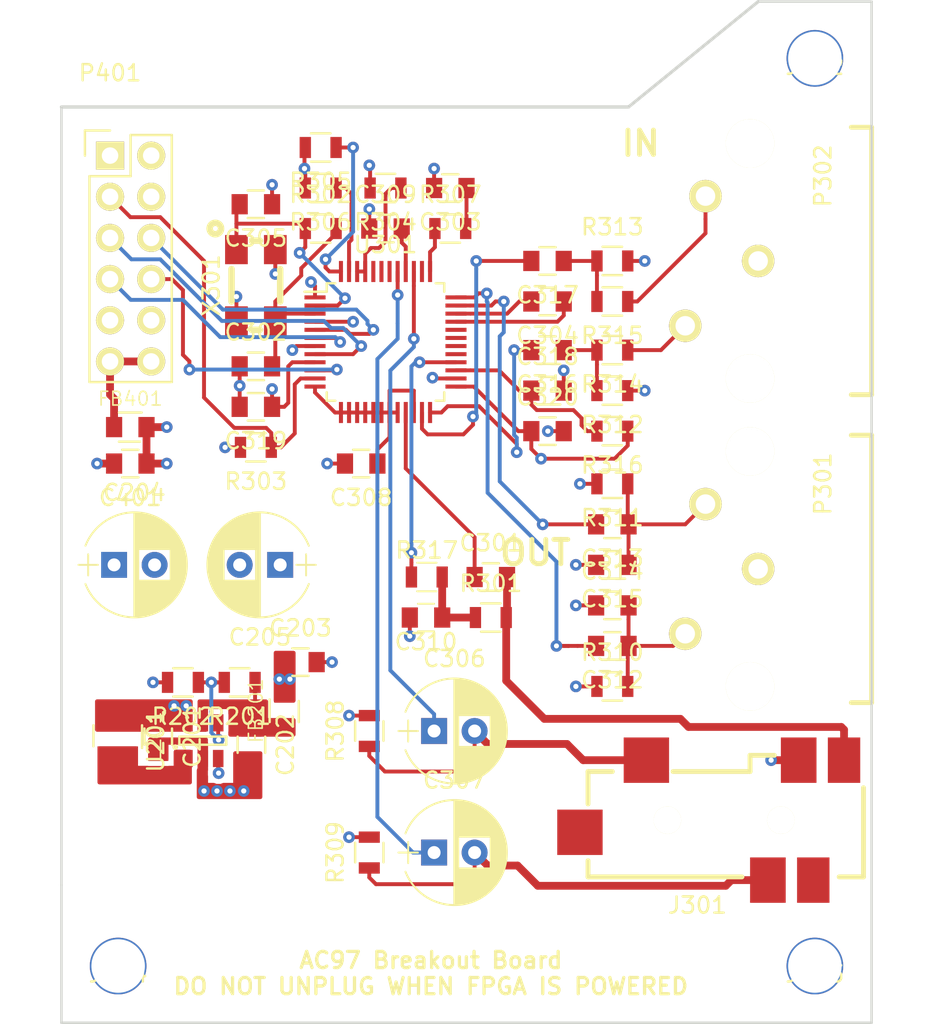
<source format=kicad_pcb>
(kicad_pcb (version 20170922) (host pcbnew no-vcs-found-8b2b138~61~ubuntu14.04.1)
  (layers (0 F.Cu signal) (1 In1.Cu signal) (2 In2.Cu signal) (31 B.Cu signal) (34 B.Paste user) (35 F.Paste user) (36 B.SilkS user) (37 F.SilkS user) (38 B.Mask user) (39 F.Mask user) (44 Edge.Cuts user))
  (net 0 "")
  (net 1 +3V3)
  (net 2 GND)
  (net 3 "Net-(C202-Pad1)")
  (net 4 +5V)
  (net 5 /AC97/mic_out)
  (net 6 /AC97/mic)
  (net 7 "Net-(C302-Pad2)")
  (net 8 "Net-(C303-Pad1)")
  (net 9 "Net-(C304-Pad1)")
  (net 10 "Net-(C304-Pad2)")
  (net 11 "Net-(C305-Pad2)")
  (net 12 /AC97/phone_l_out)
  (net 13 /AC97/phone_left)
  (net 14 /AC97/AUDIO_NC)
  (net 15 "Net-(C309-Pad2)")
  (net 16 /AC97/phone_r_out)
  (net 17 /AC97/phone_right)
  (net 18 "Net-(C312-Pad1)")
  (net 19 /AC97/LINE_OUT_R)
  (net 20 "Net-(C313-Pad1)")
  (net 21 /AC97/LINE_OUT_L)
  (net 22 "Net-(C316-Pad1)")
  (net 23 /AC97/LINE_IN_R)
  (net 24 "Net-(C317-Pad1)")
  (net 25 /AC97/LINE_IN_L)
  (net 26 "/PMOD Connector/VCC")
  (net 27 "Net-(L201-Pad2)")
  (net 28 "Net-(P302-Pad3)")
  (net 29 "Net-(P302-Pad2)")
  (net 30 "/PMOD Connector/RESET")
  (net 31 /AC97/DIN)
  (net 32 /AC97/DOUT)
  (net 33 /AC97/CLK)
  (net 34 /AC97/SYNC)
  (net 35 "Net-(R201-Pad2)")
  (net 36 "Net-(R304-Pad1)")
  (net 37 "Net-(R305-Pad1)")
  (net 38 "Net-(R306-Pad1)")
  (net 39 "Net-(R307-Pad1)")
  (net 40 "Net-(C318-Pad1)")
  (net 41 /AC97/mic_bias)
  (net 42 "Net-(R317-Pad1)")
  (net 43 "Net-(J301-Pad5)")
  (net 44 "Net-(J301-Pad6)")
  (net 45 "Net-(P401-Pad1)")
  (net 46 "Net-(P401-Pad2)")
  (net 47 "Net-(P401-Pad4)")
  (net 48 "Net-(U301-Pad29)")
  (net 49 "Net-(U301-Pad30)")
  (net 50 "Net-(U301-Pad31)")
  (net 51 "Net-(U301-Pad32)")
  (net 52 "Net-(U301-Pad38)")
  (net 53 "Net-(U301-Pad42)")
  (net 54 "Net-(U301-Pad43)")
  (net 55 "Net-(U301-Pad44)")
  (module Capacitors_SMD:C_0805 (layer F.Cu) (at 145.974669 138.846609 270)
    (fp_text reference C201 (at 0 -2.1 270) (layer F.SilkS))
    (fp_text value 10u)
    (pad 1 smd rect (at -1 0 270) (size 1 1.25) (layers F.Cu F.Paste F.Mask) (net 1 +3V3))
    (pad 2 smd rect (at 1 0 270) (size 1 1.25) (layers F.Cu F.Paste F.Mask) (net 2 GND))
  )
  (module Capacitors_SMD:C_0805 (layer F.Cu) (at 151.724669 139.346609 270)
    (fp_text reference C202 (at 0 -2.1 270) (layer F.SilkS))
    (fp_text value 10u)
    (pad 1 smd rect (at -1 0 270) (size 1 1.25) (layers F.Cu F.Paste F.Mask) (net 3 "Net-(C202-Pad1)"))
    (pad 2 smd rect (at 1 0 270) (size 1 1.25) (layers F.Cu F.Paste F.Mask) (net 2 GND))
  )
  (module Capacitors_SMD:C_0805 (layer F.Cu) (at 154.75 134.25)
    (fp_text reference C203 (at 0 -2.1) (layer F.SilkS))
    (fp_text value 10u)
    (pad 1 smd rect (at -1 0) (size 1 1.25) (layers F.Cu F.Paste F.Mask) (net 4 +5V))
    (pad 2 smd rect (at 1 0) (size 1 1.25) (layers F.Cu F.Paste F.Mask) (net 2 GND))
  )
  (module Capacitors_SMD:C_0805 (layer F.Cu) (at 166.5 129)
    (fp_text reference C301 (at 0 -2.1) (layer F.SilkS))
    (fp_text value C)
    (pad 1 smd rect (at -1 0) (size 1 1.25) (layers F.Cu F.Paste F.Mask) (net 5 /AC97/mic_out))
    (pad 2 smd rect (at 1 0) (size 1 1.25) (layers F.Cu F.Paste F.Mask) (net 6 /AC97/mic))
  )
  (module Capacitors_SMD:C_0805 (layer F.Cu) (at 152 116)
    (fp_text reference C302 (at 0 -2.1) (layer F.SilkS))
    (fp_text value 22p)
    (pad 1 smd rect (at -1 0) (size 1 1.25) (layers F.Cu F.Paste F.Mask) (net 2 GND))
    (pad 2 smd rect (at 1 0) (size 1 1.25) (layers F.Cu F.Paste F.Mask) (net 7 "Net-(C302-Pad2)"))
  )
  (module Capacitors_SMD:C_0805 (layer F.Cu) (at 164 105 180)
    (fp_text reference C303 (at 0 -2.1 180) (layer F.SilkS))
    (fp_text value 2.2u)
    (pad 1 smd rect (at -1 0 180) (size 1 1.25) (layers F.Cu F.Paste F.Mask) (net 8 "Net-(C303-Pad1)"))
    (pad 2 smd rect (at 1 0 180) (size 1 1.25) (layers F.Cu F.Paste F.Mask) (net 2 GND))
  )
  (module Capacitors_SMD:C_0805 (layer F.Cu) (at 170 112 180)
    (fp_text reference C304 (at 0 -2.1 180) (layer F.SilkS))
    (fp_text value 22n)
    (pad 1 smd rect (at -1 0 180) (size 1 1.25) (layers F.Cu F.Paste F.Mask) (net 9 "Net-(C304-Pad1)"))
    (pad 2 smd rect (at 1 0 180) (size 1 1.25) (layers F.Cu F.Paste F.Mask) (net 10 "Net-(C304-Pad2)"))
  )
  (module Capacitors_SMD:C_0805 (layer F.Cu) (at 152 106 180)
    (fp_text reference C305 (at 0 -2.1 180) (layer F.SilkS))
    (fp_text value 22p)
    (pad 1 smd rect (at -1 0 180) (size 1 1.25) (layers F.Cu F.Paste F.Mask) (net 2 GND))
    (pad 2 smd rect (at 1 0 180) (size 1 1.25) (layers F.Cu F.Paste F.Mask) (net 11 "Net-(C305-Pad2)"))
  )
  (module Capacitors_SMD:C_0805 (layer F.Cu) (at 158.5 122 180)
    (fp_text reference C308 (at 0 -2.1 180) (layer F.SilkS))
    (fp_text value 0.47u)
    (pad 1 smd rect (at -1 0 180) (size 1 1.25) (layers F.Cu F.Paste F.Mask) (net 14 /AC97/AUDIO_NC))
    (pad 2 smd rect (at 1 0 180) (size 1 1.25) (layers F.Cu F.Paste F.Mask) (net 2 GND))
  )
  (module Capacitors_SMD:C_0805 (layer F.Cu) (at 160 107.5)
    (fp_text reference C309 (at 0 -2.1) (layer F.SilkS))
    (fp_text value 2.2u)
    (pad 1 smd rect (at -1 0) (size 1 1.25) (layers F.Cu F.Paste F.Mask) (net 2 GND))
    (pad 2 smd rect (at 1 0) (size 1 1.25) (layers F.Cu F.Paste F.Mask) (net 15 "Net-(C309-Pad2)"))
  )
  (module Capacitors_SMD:C_0805 (layer F.Cu) (at 174 133.25 180)
    (fp_text reference C312 (at 0 -2.1 180) (layer F.SilkS))
    (fp_text value 2.2u)
    (pad 1 smd rect (at -1 0 180) (size 1 1.25) (layers F.Cu F.Paste F.Mask) (net 18 "Net-(C312-Pad1)"))
    (pad 2 smd rect (at 1 0 180) (size 1 1.25) (layers F.Cu F.Paste F.Mask) (net 19 /AC97/LINE_OUT_R))
  )
  (module Capacitors_SMD:C_0805 (layer F.Cu) (at 174 125.75 180)
    (fp_text reference C313 (at 0 -2.1 180) (layer F.SilkS))
    (fp_text value 2.2u)
    (pad 1 smd rect (at -1 0 180) (size 1 1.25) (layers F.Cu F.Paste F.Mask) (net 20 "Net-(C313-Pad1)"))
    (pad 2 smd rect (at 1 0 180) (size 1 1.25) (layers F.Cu F.Paste F.Mask) (net 21 /AC97/LINE_OUT_L))
  )
  (module Capacitors_SMD:C_0805 (layer F.Cu) (at 174 130.75)
    (fp_text reference C314 (at 0 -2.1) (layer F.SilkS))
    (fp_text value 220p)
    (pad 1 smd rect (at -1 0) (size 1 1.25) (layers F.Cu F.Paste F.Mask) (net 2 GND))
    (pad 2 smd rect (at 1 0) (size 1 1.25) (layers F.Cu F.Paste F.Mask) (net 18 "Net-(C312-Pad1)"))
  )
  (module Capacitors_SMD:C_0805 (layer F.Cu) (at 174 128.25 180)
    (fp_text reference C315 (at 0 -2.1 180) (layer F.SilkS))
    (fp_text value 220p)
    (pad 1 smd rect (at -1 0 180) (size 1 1.25) (layers F.Cu F.Paste F.Mask) (net 20 "Net-(C313-Pad1)"))
    (pad 2 smd rect (at 1 0 180) (size 1 1.25) (layers F.Cu F.Paste F.Mask) (net 2 GND))
  )
  (module Capacitors_SMD:C_0805 (layer F.Cu) (at 170 115 180)
    (fp_text reference C316 (at 0 -2.1 180) (layer F.SilkS))
    (fp_text value 2.2u)
    (pad 1 smd rect (at -1 0 180) (size 1 1.25) (layers F.Cu F.Paste F.Mask) (net 22 "Net-(C316-Pad1)"))
    (pad 2 smd rect (at 1 0 180) (size 1 1.25) (layers F.Cu F.Paste F.Mask) (net 23 /AC97/LINE_IN_R))
  )
  (module Capacitors_SMD:C_0805 (layer F.Cu) (at 170 109.5 180)
    (fp_text reference C317 (at 0 -2.1 180) (layer F.SilkS))
    (fp_text value 2.2u)
    (pad 1 smd rect (at -1 0 180) (size 1 1.25) (layers F.Cu F.Paste F.Mask) (net 24 "Net-(C317-Pad1)"))
    (pad 2 smd rect (at 1 0 180) (size 1 1.25) (layers F.Cu F.Paste F.Mask) (net 25 /AC97/LINE_IN_L))
  )
  (module Capacitors_SMD:C_0805 (layer F.Cu) (at 144.25 122 180)
    (fp_text reference C401 (at 0 -2.1 180) (layer F.SilkS))
    (fp_text value 4.7uF)
    (pad 1 smd rect (at -1 0 180) (size 1 1.25) (layers F.Cu F.Paste F.Mask) (net 1 +3V3))
    (pad 2 smd rect (at 1 0 180) (size 1 1.25) (layers F.Cu F.Paste F.Mask) (net 2 GND))
  )
  (module wbraun_smd:SMD-0805 (layer F.Cu) (at 153.75 137.25 90)
    (fp_text reference FB201 (at 0 -1.75 90) (layer F.SilkS) (effects (font (size 0.85 0.85) (thickness 0.1))))
    (fp_text value FILTER hide)
    (pad 1 smd rect (at -1 0 90) (size 1 1.25) (layers F.Cu F.Paste F.Mask) (net 3 "Net-(C202-Pad1)"))
    (pad 2 smd rect (at 1 0 90) (size 1 1.25) (layers F.Cu F.Paste F.Mask) (net 4 +5V))
  )
  (module wbraun_smd:SMD-0805 (layer F.Cu) (at 144.25 119.75)
    (fp_text reference FB401 (at 0 -1.75) (layer F.SilkS) (effects (font (size 0.85 0.85) (thickness 0.1))))
    (fp_text value FILTER hide)
    (pad 1 smd rect (at -1 0) (size 1 1.25) (layers F.Cu F.Paste F.Mask) (net 26 "/PMOD Connector/VCC"))
    (pad 2 smd rect (at 1 0) (size 1 1.25) (layers F.Cu F.Paste F.Mask) (net 1 +3V3))
  )
  (module wbraun_smd:SJ-4351_X-SMT (layer F.Cu) (at 178 144 180)
    (fp_text reference J301 (at -1.25 -5.25 180) (layer F.SilkS))
    (fp_text value JACK_TRRS_6PINS)
    (pad 5 smd rect (at 6 -0.75 180) (size 2.8 2.8) (layers F.Cu F.Paste F.Mask) (net 43 "Net-(J301-Pad5)"))
    (pad 2 smd rect (at 1.9 3.7 180) (size 2.8 2.8) (layers F.Cu F.Paste F.Mask) (net 13 /AC97/phone_left))
    (pad 4 smd rect (at -7.5 3.7 180) (size 2.2 2.8) (layers F.Cu F.Paste F.Mask) (net 2 GND))
    (pad 1 smd rect (at -10.3 3.7 180) (size 2 2.8) (layers F.Cu F.Paste F.Mask) (net 6 /AC97/mic))
    (pad 6 smd rect (at -8.4 -3.7 180) (size 2 2.8) (layers F.Cu F.Paste F.Mask) (net 44 "Net-(J301-Pad6)"))
    (pad 3 smd rect (at -5.6 -3.7 180) (size 2.2 2.8) (layers F.Cu F.Paste F.Mask) (net 17 /AC97/phone_right))
    (pad "" np_thru_hole circle (at -6.4 0 180) (size 1.7 1.7) (drill 1.7) (layers *.Cu *.Mask F.SilkS))
    (pad "" np_thru_hole circle (at 0.6 0 180) (size 1.7 1.7) (drill 1.7) (layers *.Cu *.Mask F.SilkS))
  )
  (module wbraun_smd:SMD-1008 (layer F.Cu) (at 143.474669 138.846609 270)
    (fp_text reference L201 (at 0 -2.25 270) (layer F.SilkS) (effects (font (size 0.85 0.85) (thickness 0.1))))
    (fp_text value 4.7u hide)
    (pad 1 smd rect (at -1.2 0 270) (size 1.2 2.5) (layers F.Cu F.Paste F.Mask) (net 1 +3V3))
    (pad 2 smd rect (at 1.2 0 270) (size 1.2 2.5) (layers F.Cu F.Paste F.Mask) (net 27 "Net-(L201-Pad2)"))
  )
  (module wbraun_smd:RCJ-222x (layer F.Cu) (at 183 128.5 270)
    (fp_text reference P301 (at -5.25 -4 270) (layer F.SilkS))
    (fp_text value RCA_2)
    (pad 1 thru_hole circle (at 0 0 270) (size 2 2) (drill 1.2) (layers *.Cu *.Mask F.SilkS) (net 2 GND))
    (pad 3 thru_hole circle (at 4 4.5 270) (size 2 2) (drill 1.2) (layers *.Cu *.Mask F.SilkS) (net 18 "Net-(C312-Pad1)"))
    (pad 2 thru_hole circle (at -4 3.25 270) (size 2 2) (drill 1.2) (layers *.Cu *.Mask F.SilkS) (net 20 "Net-(C313-Pad1)"))
    (pad "" np_thru_hole circle (at 7.25 0.5 270) (size 3 3) (drill 3) (layers *.Cu *.Mask F.SilkS))
    (pad "" np_thru_hole circle (at -7.25 0.5 270) (size 3 3) (drill 3) (layers *.Cu *.Mask F.SilkS))
  )
  (module wbraun_smd:RCJ-222x (layer F.Cu) (at 183 109.5 270)
    (fp_text reference P302 (at -5.25 -4 270) (layer F.SilkS))
    (fp_text value RCA_2)
    (pad 1 thru_hole circle (at 0 0 270) (size 2 2) (drill 1.2) (layers *.Cu *.Mask F.SilkS) (net 2 GND))
    (pad 3 thru_hole circle (at 4 4.5 270) (size 2 2) (drill 1.2) (layers *.Cu *.Mask F.SilkS) (net 28 "Net-(P302-Pad3)"))
    (pad 2 thru_hole circle (at -4 3.25 270) (size 2 2) (drill 1.2) (layers *.Cu *.Mask F.SilkS) (net 29 "Net-(P302-Pad2)"))
    (pad "" np_thru_hole circle (at 7.25 0.5 270) (size 3 3) (drill 3) (layers *.Cu *.Mask F.SilkS))
    (pad "" np_thru_hole circle (at -7.25 0.5 270) (size 3 3) (drill 3) (layers *.Cu *.Mask F.SilkS))
  )
  (module Resistors_SMD:R_0805 (layer F.Cu) (at 151 135.5 180)
    (fp_text reference R201 (at 0 -2.1 180) (layer F.SilkS))
    (fp_text value 976k)
    (pad 1 smd rect (at -0.95 0 180) (size 0.7 1.3) (layers F.Cu F.Paste F.Mask) (net 3 "Net-(C202-Pad1)"))
    (pad 2 smd rect (at 0.95 0 180) (size 0.7 1.3) (layers F.Cu F.Paste F.Mask) (net 35 "Net-(R201-Pad2)"))
  )
  (module Resistors_SMD:R_0805 (layer F.Cu) (at 147.5 135.5 180)
    (fp_text reference R202 (at 0 -2.1 180) (layer F.SilkS))
    (fp_text value 309k)
    (pad 1 smd rect (at -0.95 0 180) (size 0.7 1.3) (layers F.Cu F.Paste F.Mask) (net 35 "Net-(R201-Pad2)"))
    (pad 2 smd rect (at 0.95 0 180) (size 0.7 1.3) (layers F.Cu F.Paste F.Mask) (net 2 GND))
  )
  (module Resistors_SMD:R_0805 (layer F.Cu) (at 166.5 131.5)
    (fp_text reference R301 (at 0 -2.1) (layer F.SilkS))
    (fp_text value R)
    (pad 1 smd rect (at -0.95 0) (size 0.7 1.3) (layers F.Cu F.Paste F.Mask) (net 41 /AC97/mic_bias))
    (pad 2 smd rect (at 0.95 0) (size 0.7 1.3) (layers F.Cu F.Paste F.Mask) (net 6 /AC97/mic))
  )
  (module Resistors_SMD:R_0805 (layer F.Cu) (at 156 107.5)
    (fp_text reference R302 (at 0 -2.1) (layer F.SilkS))
    (fp_text value 1M)
    (pad 1 smd rect (at -0.95 0) (size 0.7 1.3) (layers F.Cu F.Paste F.Mask) (net 11 "Net-(C305-Pad2)"))
    (pad 2 smd rect (at 0.95 0) (size 0.7 1.3) (layers F.Cu F.Paste F.Mask) (net 7 "Net-(C302-Pad2)"))
  )
  (module Resistors_SMD:R_0805 (layer F.Cu) (at 152 121 180)
    (fp_text reference R303 (at 0 -2.1 180) (layer F.SilkS))
    (fp_text value 10K)
    (pad 1 smd rect (at -0.95 0 180) (size 0.7 1.3) (layers F.Cu F.Paste F.Mask) (net 30 "/PMOD Connector/RESET"))
    (pad 2 smd rect (at 0.95 0 180) (size 0.7 1.3) (layers F.Cu F.Paste F.Mask) (net 1 +3V3))
  )
  (module Resistors_SMD:R_0805 (layer F.Cu) (at 160 105 180)
    (fp_text reference R304 (at 0 -2.1 180) (layer F.SilkS))
    (fp_text value 10k)
    (pad 1 smd rect (at -0.95 0 180) (size 0.7 1.3) (layers F.Cu F.Paste F.Mask) (net 36 "Net-(R304-Pad1)"))
    (pad 2 smd rect (at 0.95 0 180) (size 0.7 1.3) (layers F.Cu F.Paste F.Mask) (net 1 +3V3))
  )
  (module Resistors_SMD:R_0805 (layer F.Cu) (at 156 102.5 180)
    (fp_text reference R305 (at 0 -2.1 180) (layer F.SilkS))
    (fp_text value 10k)
    (pad 1 smd rect (at -0.95 0 180) (size 0.7 1.3) (layers F.Cu F.Paste F.Mask) (net 37 "Net-(R305-Pad1)"))
    (pad 2 smd rect (at 0.95 0 180) (size 0.7 1.3) (layers F.Cu F.Paste F.Mask) (net 2 GND))
  )
  (module Resistors_SMD:R_0805 (layer F.Cu) (at 156 105 180)
    (fp_text reference R306 (at 0 -2.1 180) (layer F.SilkS))
    (fp_text value 10k)
    (pad 1 smd rect (at -0.95 0 180) (size 0.7 1.3) (layers F.Cu F.Paste F.Mask) (net 38 "Net-(R306-Pad1)"))
    (pad 2 smd rect (at 0.95 0 180) (size 0.7 1.3) (layers F.Cu F.Paste F.Mask) (net 2 GND))
  )
  (module Resistors_SMD:R_0805 (layer F.Cu) (at 164 107.5)
    (fp_text reference R307 (at 0 -2.1) (layer F.SilkS))
    (fp_text value R)
    (pad 1 smd rect (at -0.95 0) (size 0.7 1.3) (layers F.Cu F.Paste F.Mask) (net 39 "Net-(R307-Pad1)"))
    (pad 2 smd rect (at 0.95 0) (size 0.7 1.3) (layers F.Cu F.Paste F.Mask) (net 8 "Net-(C303-Pad1)"))
  )
  (module Resistors_SMD:R_0805 (layer F.Cu) (at 159 138.5 90)
    (fp_text reference R308 (at 0 -2.1 90) (layer F.SilkS))
    (fp_text value 10K)
    (pad 1 smd rect (at -0.95 0 90) (size 0.7 1.3) (layers F.Cu F.Paste F.Mask) (net 13 /AC97/phone_left))
    (pad 2 smd rect (at 0.95 0 90) (size 0.7 1.3) (layers F.Cu F.Paste F.Mask) (net 2 GND))
  )
  (module Resistors_SMD:R_0805 (layer F.Cu) (at 159 146 90)
    (fp_text reference R309 (at 0 -2.1 90) (layer F.SilkS))
    (fp_text value 10K)
    (pad 1 smd rect (at -0.95 0 90) (size 0.7 1.3) (layers F.Cu F.Paste F.Mask) (net 17 /AC97/phone_right))
    (pad 2 smd rect (at 0.95 0 90) (size 0.7 1.3) (layers F.Cu F.Paste F.Mask) (net 2 GND))
  )
  (module Resistors_SMD:R_0805 (layer F.Cu) (at 174 135.75)
    (fp_text reference R310 (at 0 -2.1) (layer F.SilkS))
    (fp_text value 100k)
    (pad 1 smd rect (at -0.95 0) (size 0.7 1.3) (layers F.Cu F.Paste F.Mask) (net 2 GND))
    (pad 2 smd rect (at 0.95 0) (size 0.7 1.3) (layers F.Cu F.Paste F.Mask) (net 18 "Net-(C312-Pad1)"))
  )
  (module Resistors_SMD:R_0805 (layer F.Cu) (at 174 123.25 180)
    (fp_text reference R311 (at 0 -2.1 180) (layer F.SilkS))
    (fp_text value 100k)
    (pad 1 smd rect (at -0.95 0 180) (size 0.7 1.3) (layers F.Cu F.Paste F.Mask) (net 20 "Net-(C313-Pad1)"))
    (pad 2 smd rect (at 0.95 0 180) (size 0.7 1.3) (layers F.Cu F.Paste F.Mask) (net 2 GND))
  )
  (module Resistors_SMD:R_0805 (layer F.Cu) (at 174 117.5 180)
    (fp_text reference R312 (at 0 -2.1 180) (layer F.SilkS))
    (fp_text value 4.7k)
    (pad 1 smd rect (at -0.95 0 180) (size 0.7 1.3) (layers F.Cu F.Paste F.Mask) (net 2 GND))
    (pad 2 smd rect (at 0.95 0 180) (size 0.7 1.3) (layers F.Cu F.Paste F.Mask) (net 22 "Net-(C316-Pad1)"))
  )
  (module Resistors_SMD:R_0805 (layer F.Cu) (at 174 109.5)
    (fp_text reference R313 (at 0 -2.1) (layer F.SilkS))
    (fp_text value 4.7k)
    (pad 1 smd rect (at -0.95 0) (size 0.7 1.3) (layers F.Cu F.Paste F.Mask) (net 24 "Net-(C317-Pad1)"))
    (pad 2 smd rect (at 0.95 0) (size 0.7 1.3) (layers F.Cu F.Paste F.Mask) (net 2 GND))
  )
  (module Resistors_SMD:R_0805 (layer F.Cu) (at 174 115 180)
    (fp_text reference R314 (at 0 -2.1 180) (layer F.SilkS))
    (fp_text value 4.7k)
    (pad 1 smd rect (at -0.95 0 180) (size 0.7 1.3) (layers F.Cu F.Paste F.Mask) (net 28 "Net-(P302-Pad3)"))
    (pad 2 smd rect (at 0.95 0 180) (size 0.7 1.3) (layers F.Cu F.Paste F.Mask) (net 22 "Net-(C316-Pad1)"))
  )
  (module Resistors_SMD:R_0805 (layer F.Cu) (at 174 112 180)
    (fp_text reference R315 (at 0 -2.1 180) (layer F.SilkS))
    (fp_text value 4.7k)
    (pad 1 smd rect (at -0.95 0 180) (size 0.7 1.3) (layers F.Cu F.Paste F.Mask) (net 29 "Net-(P302-Pad2)"))
    (pad 2 smd rect (at 0.95 0 180) (size 0.7 1.3) (layers F.Cu F.Paste F.Mask) (net 24 "Net-(C317-Pad1)"))
  )
  (module TO_SOT_Packages_SMD:SOT-23-6 (layer F.Cu) (at 148.724669 139.096609 90)
    (fp_text reference U201 (at 0 -2.9 90) (layer F.SilkS))
    (fp_text value MCP1640-*/CHY)
    (pad 1 smd rect (at -1.1 -0.95 90) (size 1.06 0.65) (layers F.Cu F.Paste F.Mask) (net 27 "Net-(L201-Pad2)"))
    (pad 2 smd rect (at -1.1 0 90) (size 1.06 0.65) (layers F.Cu F.Paste F.Mask) (net 2 GND))
    (pad 3 smd rect (at -1.1 0.95 90) (size 1.06 0.65) (layers F.Cu F.Paste F.Mask) (net 1 +3V3))
    (pad 4 smd rect (at 1.1 0.95 90) (size 1.06 0.65) (layers F.Cu F.Paste F.Mask) (net 35 "Net-(R201-Pad2)"))
    (pad 6 smd rect (at 1.1 -0.95 90) (size 1.06 0.65) (layers F.Cu F.Paste F.Mask) (net 1 +3V3))
    (pad 5 smd rect (at 1.1 0 90) (size 1.06 0.65) (layers F.Cu F.Paste F.Mask) (net 3 "Net-(C202-Pad1)"))
  )
  (module Housings_QFP:LQFP-48_7x7mm_Pitch0.5mm (layer F.Cu) (at 160 114.5)
    (fp_text reference U301 (at 0 -6) (layer F.SilkS))
    (fp_text value LM4550)
    (pad 1 smd rect (at -4.35 -2.75) (size 1.3 0.25) (layers F.Cu F.Paste F.Mask) (net 1 +3V3))
    (pad 2 smd rect (at -4.35 -2.25) (size 1.3 0.25) (layers F.Cu F.Paste F.Mask) (net 11 "Net-(C305-Pad2)"))
    (pad 3 smd rect (at -4.35 -1.75) (size 1.3 0.25) (layers F.Cu F.Paste F.Mask) (net 7 "Net-(C302-Pad2)"))
    (pad 4 smd rect (at -4.35 -1.25) (size 1.3 0.25) (layers F.Cu F.Paste F.Mask) (net 2 GND))
    (pad 5 smd rect (at -4.35 -0.75) (size 1.3 0.25) (layers F.Cu F.Paste F.Mask) (net 32 /AC97/DOUT))
    (pad 6 smd rect (at -4.35 -0.25) (size 1.3 0.25) (layers F.Cu F.Paste F.Mask) (net 33 /AC97/CLK))
    (pad 7 smd rect (at -4.35 0.25) (size 1.3 0.25) (layers F.Cu F.Paste F.Mask) (net 2 GND))
    (pad 8 smd rect (at -4.35 0.75) (size 1.3 0.25) (layers F.Cu F.Paste F.Mask) (net 31 /AC97/DIN))
    (pad 9 smd rect (at -4.35 1.25) (size 1.3 0.25) (layers F.Cu F.Paste F.Mask) (net 1 +3V3))
    (pad 10 smd rect (at -4.35 1.75) (size 1.3 0.25) (layers F.Cu F.Paste F.Mask) (net 34 /AC97/SYNC))
    (pad 11 smd rect (at -4.35 2.25) (size 1.3 0.25) (layers F.Cu F.Paste F.Mask) (net 30 "/PMOD Connector/RESET"))
    (pad 12 smd rect (at -4.35 2.75) (size 1.3 0.25) (layers F.Cu F.Paste F.Mask) (net 14 /AC97/AUDIO_NC))
    (pad 13 smd rect (at -2.75 4.35 90) (size 1.3 0.25) (layers F.Cu F.Paste F.Mask) (net 14 /AC97/AUDIO_NC))
    (pad 14 smd rect (at -2.25 4.35 90) (size 1.3 0.25) (layers F.Cu F.Paste F.Mask) (net 14 /AC97/AUDIO_NC))
    (pad 15 smd rect (at -1.75 4.35 90) (size 1.3 0.25) (layers F.Cu F.Paste F.Mask) (net 14 /AC97/AUDIO_NC))
    (pad 16 smd rect (at -1.25 4.35 90) (size 1.3 0.25) (layers F.Cu F.Paste F.Mask) (net 14 /AC97/AUDIO_NC))
    (pad 17 smd rect (at -0.75 4.35 90) (size 1.3 0.25) (layers F.Cu F.Paste F.Mask) (net 14 /AC97/AUDIO_NC))
    (pad 18 smd rect (at -0.25 4.35 90) (size 1.3 0.25) (layers F.Cu F.Paste F.Mask) (net 14 /AC97/AUDIO_NC))
    (pad 19 smd rect (at 0.25 4.35 90) (size 1.3 0.25) (layers F.Cu F.Paste F.Mask) (net 14 /AC97/AUDIO_NC))
    (pad 20 smd rect (at 0.75 4.35 90) (size 1.3 0.25) (layers F.Cu F.Paste F.Mask) (net 14 /AC97/AUDIO_NC))
    (pad 21 smd rect (at 1.25 4.35 90) (size 1.3 0.25) (layers F.Cu F.Paste F.Mask) (net 5 /AC97/mic_out))
    (pad 22 smd rect (at 1.75 4.35 90) (size 1.3 0.25) (layers F.Cu F.Paste F.Mask) (net 14 /AC97/AUDIO_NC))
    (pad 23 smd rect (at 2.25 4.35 90) (size 1.3 0.25) (layers F.Cu F.Paste F.Mask) (net 25 /AC97/LINE_IN_L))
    (pad 24 smd rect (at 2.75 4.35 90) (size 1.3 0.25) (layers F.Cu F.Paste F.Mask) (net 23 /AC97/LINE_IN_R))
    (pad 25 smd rect (at 4.35 2.75) (size 1.3 0.25) (layers F.Cu F.Paste F.Mask) (net 4 +5V))
    (pad 26 smd rect (at 4.35 2.25) (size 1.3 0.25) (layers F.Cu F.Paste F.Mask) (net 2 GND))
    (pad 27 smd rect (at 4.35 1.75) (size 1.3 0.25) (layers F.Cu F.Paste F.Mask) (net 40 "Net-(C318-Pad1)"))
    (pad 28 smd rect (at 4.35 1.25) (size 1.3 0.25) (layers F.Cu F.Paste F.Mask) (net 42 "Net-(R317-Pad1)"))
    (pad 29 smd rect (at 4.35 0.75) (size 1.3 0.25) (layers F.Cu F.Paste F.Mask) (net 48 "Net-(U301-Pad29)"))
    (pad 30 smd rect (at 4.35 0.25) (size 1.3 0.25) (layers F.Cu F.Paste F.Mask) (net 49 "Net-(U301-Pad30)"))
    (pad 31 smd rect (at 4.35 -0.25) (size 1.3 0.25) (layers F.Cu F.Paste F.Mask) (net 50 "Net-(U301-Pad31)"))
    (pad 32 smd rect (at 4.35 -0.75) (size 1.3 0.25) (layers F.Cu F.Paste F.Mask) (net 51 "Net-(U301-Pad32)"))
    (pad 33 smd rect (at 4.35 -1.25) (size 1.3 0.25) (layers F.Cu F.Paste F.Mask) (net 9 "Net-(C304-Pad1)"))
    (pad 34 smd rect (at 4.35 -1.75) (size 1.3 0.25) (layers F.Cu F.Paste F.Mask) (net 10 "Net-(C304-Pad2)"))
    (pad 35 smd rect (at 4.35 -2.25) (size 1.3 0.25) (layers F.Cu F.Paste F.Mask) (net 21 /AC97/LINE_OUT_L))
    (pad 36 smd rect (at 4.35 -2.75) (size 1.3 0.25) (layers F.Cu F.Paste F.Mask) (net 19 /AC97/LINE_OUT_R))
    (pad 37 smd rect (at 2.75 -4.35 90) (size 1.3 0.25) (layers F.Cu F.Paste F.Mask) (net 39 "Net-(R307-Pad1)"))
    (pad 38 smd rect (at 2.25 -4.35 90) (size 1.3 0.25) (layers F.Cu F.Paste F.Mask) (net 52 "Net-(U301-Pad38)"))
    (pad 39 smd rect (at 1.75 -4.35 90) (size 1.3 0.25) (layers F.Cu F.Paste F.Mask) (net 12 /AC97/phone_l_out))
    (pad 40 smd rect (at 1.25 -4.35 90) (size 1.3 0.25) (layers F.Cu F.Paste F.Mask) (net 15 "Net-(C309-Pad2)"))
    (pad 41 smd rect (at 0.75 -4.35 90) (size 1.3 0.25) (layers F.Cu F.Paste F.Mask) (net 16 /AC97/phone_r_out))
    (pad 42 smd rect (at 0.25 -4.35 90) (size 1.3 0.25) (layers F.Cu F.Paste F.Mask) (net 53 "Net-(U301-Pad42)"))
    (pad 43 smd rect (at -0.25 -4.35 90) (size 1.3 0.25) (layers F.Cu F.Paste F.Mask) (net 54 "Net-(U301-Pad43)"))
    (pad 44 smd rect (at -0.75 -4.35 90) (size 1.3 0.25) (layers F.Cu F.Paste F.Mask) (net 55 "Net-(U301-Pad44)"))
    (pad 45 smd rect (at -1.25 -4.35 90) (size 1.3 0.25) (layers F.Cu F.Paste F.Mask) (net 36 "Net-(R304-Pad1)"))
    (pad 46 smd rect (at -1.75 -4.35 90) (size 1.3 0.25) (layers F.Cu F.Paste F.Mask) (net 36 "Net-(R304-Pad1)"))
    (pad 47 smd rect (at -2.25 -4.35 90) (size 1.3 0.25) (layers F.Cu F.Paste F.Mask) (net 38 "Net-(R306-Pad1)"))
    (pad 48 smd rect (at -2.75 -4.35 90) (size 1.3 0.25) (layers F.Cu F.Paste F.Mask) (net 37 "Net-(R305-Pad1)"))
  )
  (module wbraun_smd:Crystal_6.0x3.6 (layer F.Cu) (at 152 111 270)
    (fp_text reference X301 (at 0 2.75 270) (layer F.SilkS))
    (fp_text value 24MHz)
    (pad 3 smd rect (at 2.2 -1.2 270) (size 1.8 1.4) (layers F.Cu F.Paste F.Mask) (net 7 "Net-(C302-Pad2)"))
    (pad 2 smd rect (at 2.2 1.2 270) (size 1.8 1.4) (layers F.Cu F.Paste F.Mask) (net 2 GND))
    (pad 4 smd rect (at -2.2 -1.2 270) (size 1.8 1.4) (layers F.Cu F.Paste F.Mask) (net 2 GND))
    (pad 1 smd rect (at -2.2 1.2 270) (size 1.8 1.4) (layers F.Cu F.Paste F.Mask) (net 11 "Net-(C305-Pad2)"))
  )
  (module Pin_Headers:Pin_Header_Straight_2x06 (layer F.Cu) (at 143 103)
    (fp_text reference P401 (at 0 -5.1) (layer F.SilkS))
    (fp_text value CONN_02X06)
    (pad 1 thru_hole rect (at 0 0) (size 1.7272 1.7272) (drill 1.016) (layers *.Cu *.Mask F.SilkS) (net 45 "Net-(P401-Pad1)"))
    (pad 2 thru_hole oval (at 2.54 0) (size 1.7272 1.7272) (drill 1.016) (layers *.Cu *.Mask F.SilkS) (net 46 "Net-(P401-Pad2)"))
    (pad 3 thru_hole oval (at 0 2.54) (size 1.7272 1.7272) (drill 1.016) (layers *.Cu *.Mask F.SilkS) (net 30 "/PMOD Connector/RESET"))
    (pad 4 thru_hole oval (at 2.54 2.54) (size 1.7272 1.7272) (drill 1.016) (layers *.Cu *.Mask F.SilkS) (net 47 "Net-(P401-Pad4)"))
    (pad 5 thru_hole oval (at 0 5.08) (size 1.7272 1.7272) (drill 1.016) (layers *.Cu *.Mask F.SilkS) (net 31 /AC97/DIN))
    (pad 6 thru_hole oval (at 2.54 5.08) (size 1.7272 1.7272) (drill 1.016) (layers *.Cu *.Mask F.SilkS) (net 32 /AC97/DOUT))
    (pad 7 thru_hole oval (at 0 7.62) (size 1.7272 1.7272) (drill 1.016) (layers *.Cu *.Mask F.SilkS) (net 33 /AC97/CLK))
    (pad 8 thru_hole oval (at 2.54 7.62) (size 1.7272 1.7272) (drill 1.016) (layers *.Cu *.Mask F.SilkS) (net 34 /AC97/SYNC))
    (pad 9 thru_hole oval (at 0 10.16) (size 1.7272 1.7272) (drill 1.016) (layers *.Cu *.Mask F.SilkS) (net 2 GND))
    (pad 10 thru_hole oval (at 2.54 10.16) (size 1.7272 1.7272) (drill 1.016) (layers *.Cu *.Mask F.SilkS) (net 2 GND))
    (pad 11 thru_hole oval (at 0 12.7) (size 1.7272 1.7272) (drill 1.016) (layers *.Cu *.Mask F.SilkS) (net 26 "/PMOD Connector/VCC"))
    (pad 12 thru_hole oval (at 2.54 12.7) (size 1.7272 1.7272) (drill 1.016) (layers *.Cu *.Mask F.SilkS) (net 26 "/PMOD Connector/VCC"))
  )
  (module Capacitors_SMD:C_0805 (layer F.Cu) (at 170 117.5)
    (fp_text reference C318 (at 0 -2.1) (layer F.SilkS))
    (fp_text value 2.2u)
    (pad 1 smd rect (at -1 0) (size 1 1.25) (layers F.Cu F.Paste F.Mask) (net 40 "Net-(C318-Pad1)"))
    (pad 2 smd rect (at 1 0) (size 1 1.25) (layers F.Cu F.Paste F.Mask) (net 2 GND))
  )
  (module Resistors_SMD:R_0805 (layer F.Cu) (at 174 120 180)
    (fp_text reference R316 (at 0 -2.1 180) (layer F.SilkS))
    (fp_text value 10k)
    (pad 1 smd rect (at -0.95 0 180) (size 0.7 1.3) (layers F.Cu F.Paste F.Mask) (net 4 +5V))
    (pad 2 smd rect (at 0.95 0 180) (size 0.7 1.3) (layers F.Cu F.Paste F.Mask) (net 40 "Net-(C318-Pad1)"))
  )
  (module Capacitors_SMD:C_0805 (layer F.Cu) (at 152 118.5 180)
    (fp_text reference C319 (at 0 -2.1 180) (layer F.SilkS))
    (fp_text value 2.2u)
    (pad 1 smd rect (at -1 0 180) (size 1 1.25) (layers F.Cu F.Paste F.Mask) (net 1 +3V3))
    (pad 2 smd rect (at 1 0 180) (size 1 1.25) (layers F.Cu F.Paste F.Mask) (net 2 GND))
  )
  (module Capacitors_SMD:C_0805 (layer F.Cu) (at 170 120)
    (fp_text reference C320 (at 0 -2.1) (layer F.SilkS))
    (fp_text value 2.2u)
    (pad 1 smd rect (at -1 0) (size 1 1.25) (layers F.Cu F.Paste F.Mask) (net 4 +5V))
    (pad 2 smd rect (at 1 0) (size 1 1.25) (layers F.Cu F.Paste F.Mask) (net 2 GND))
  )
  (module Capacitors_ThroughHole:CP_Radial_D6.3mm_P2.50mm (layer F.Cu) (at 143.25 128.25)
    (fp_text reference C204 (at 1.25 -4.46) (layer F.SilkS))
    (fp_text value CP)
    (pad 1 thru_hole rect (at 0 0) (size 1.6 1.6) (drill 0.8) (layers *.Cu *.Mask) (net 1 +3V3))
    (pad 2 thru_hole circle (at 2.5 0) (size 1.6 1.6) (drill 0.8) (layers *.Cu *.Mask) (net 2 GND))
  )
  (module Capacitors_ThroughHole:CP_Radial_D6.3mm_P2.50mm (layer F.Cu) (at 153.5 128.25 180)
    (fp_text reference C205 (at 1.25 -4.46 180) (layer F.SilkS))
    (fp_text value CP)
    (pad 1 thru_hole rect (at 0 0 180) (size 1.6 1.6) (drill 0.8) (layers *.Cu *.Mask) (net 4 +5V))
    (pad 2 thru_hole circle (at 2.5 0 180) (size 1.6 1.6) (drill 0.8) (layers *.Cu *.Mask) (net 2 GND))
  )
  (module Capacitors_ThroughHole:CP_Radial_D6.3mm_P2.50mm (layer F.Cu) (at 163 138.5)
    (fp_text reference C306 (at 1.25 -4.46) (layer F.SilkS))
    (fp_text value CP)
    (pad 1 thru_hole rect (at 0 0) (size 1.6 1.6) (drill 0.8) (layers *.Cu *.Mask) (net 12 /AC97/phone_l_out))
    (pad 2 thru_hole circle (at 2.5 0) (size 1.6 1.6) (drill 0.8) (layers *.Cu *.Mask) (net 13 /AC97/phone_left))
  )
  (module Capacitors_ThroughHole:CP_Radial_D6.3mm_P2.50mm (layer F.Cu) (at 163 146)
    (fp_text reference C307 (at 1.25 -4.46) (layer F.SilkS))
    (fp_text value CP)
    (pad 1 thru_hole rect (at 0 0) (size 1.6 1.6) (drill 0.8) (layers *.Cu *.Mask) (net 16 /AC97/phone_r_out))
    (pad 2 thru_hole circle (at 2.5 0) (size 1.6 1.6) (drill 0.8) (layers *.Cu *.Mask) (net 17 /AC97/phone_right))
  )
  (module Capacitors_SMD:C_0805 (layer F.Cu) (at 162.5 131.5 180)
    (fp_text reference C310 (at 0 -1.5 180) (layer F.SilkS))
    (fp_text value C)
    (pad 1 smd rect (at -1 0 180) (size 1 1.25) (layers F.Cu F.Paste F.Mask) (net 41 /AC97/mic_bias))
    (pad 2 smd rect (at 1 0 180) (size 1 1.25) (layers F.Cu F.Paste F.Mask) (net 2 GND))
  )
  (module Resistors_SMD:R_0805 (layer F.Cu) (at 162.55 129)
    (fp_text reference R317 (at 0 -1.65) (layer F.SilkS))
    (fp_text value R)
    (pad 1 smd rect (at -0.95 0) (size 0.7 1.3) (layers F.Cu F.Paste F.Mask) (net 42 "Net-(R317-Pad1)"))
    (pad 2 smd rect (at 0.95 0) (size 0.7 1.3) (layers F.Cu F.Paste F.Mask) (net 41 /AC97/mic_bias))
  )
  (module wbraun_smd:M3-small-mounting-hole (layer F.Cu) (at 186.5 97)
    (fp_text reference J102 (at 0 0.5) (layer F.SilkS))
    (fp_text value mounting-hole-nc)
    (pad "" np_thru_hole circle (at 0 0) (size 3.5 3.5) (drill 3.3) (layers *.Cu *.Mask))
  )
  (module wbraun_smd:M3-small-mounting-hole (layer F.Cu) (at 186.5 153)
    (fp_text reference J103 (at 0 0.5) (layer F.SilkS))
    (fp_text value mounting-hole-nc)
    (pad "" np_thru_hole circle (at 0 0) (size 3.5 3.5) (drill 3.3) (layers *.Cu *.Mask))
  )
  (module wbraun_smd:M3-small-mounting-hole (layer F.Cu) (at 143.5 153)
    (fp_text reference J104 (at 0 0.5) (layer F.SilkS))
    (fp_text value mounting-hole-nc)
    (pad "" np_thru_hole circle (at 0 0) (size 3.5 3.5) (drill 3.3) (layers *.Cu *.Mask))
  )
  (gr_text "AC97 Breakout Board\nDO NOT UNPLUG WHEN FPGA IS POWERED" (at 162.8 153.45) (layer F.SilkS) (effects (font (size 1 1) (thickness 0.2))))
  (gr_line (start 175 100) (end 140 100) (layer Edge.Cuts) (width 0.2))
  (gr_line (start 183 93.5) (end 175 100) (layer Edge.Cuts) (width 0.2))
  (gr_text OUT (at 169.25 127.5) (layer F.SilkS) (effects (font (size 1.5 1.5) (thickness 0.3))))
  (gr_text IN (at 175.75 102.25) (layer F.SilkS) (effects (font (size 1.5 1.5) (thickness 0.3))))
  (gr_line (start 140 156.5) (end 140 148) (angle 90) (layer Edge.Cuts) (width 0.15))
  (gr_line (start 190 156.5) (end 140 156.5) (angle 90) (layer Edge.Cuts) (width 0.15))
  (gr_line (start 190 93.5) (end 190 156.5) (angle 90) (layer Edge.Cuts) (width 0.15))
  (gr_line (start 183 93.5) (end 190 93.5) (angle 90) (layer Edge.Cuts) (width 0.15))
  (gr_line (start 140 148) (end 140 100) (angle 90) (layer Edge.Cuts) (width 0.15))
  (via (at 147.7 136.95) (size 0.72) (drill 0.32) (layers F.Cu B.Cu) (net 1))
  (via (at 146.95 136.95) (size 0.72) (drill 0.32) (layers F.Cu B.Cu) (net 1))
  (segment (start 149.674669 140.196609) (end 149.674669 141.074669) (width 0.24) (layer F.Cu) (net 1))
  (segment (start 149.674669 141.074669) (end 149.7 141.1) (width 0.24) (layer F.Cu) (net 1))
  (via (at 149.7 141.1) (size 0.72) (drill 0.32) (layers F.Cu B.Cu) (net 1))
  (segment (start 147.674669 137.896609) (end 147.774669 137.996609) (width 0.48) (layer F.Cu) (net 1))
  (segment (start 145.25 122) (end 146.5 122) (width 0.48) (layer F.Cu) (net 1))
  (via (at 146.5 122) (size 0.72) (drill 0.32) (layers F.Cu B.Cu) (net 1))
  (segment (start 145.25 119.75) (end 146.5 119.75) (width 0.48) (layer F.Cu) (net 1))
  (via (at 146.5 119.75) (size 0.72) (drill 0.32) (layers F.Cu B.Cu) (net 1))
  (segment (start 145.25 119.75) (end 145.25 122) (width 0.48) (layer F.Cu) (net 1))
  (segment (start 151.05 121) (end 150.1 121) (width 0.24) (layer F.Cu) (net 1))
  (via (at 150.1 121) (size 0.72) (drill 0.32) (layers F.Cu B.Cu) (net 1))
  (segment (start 153 118.5) (end 153 117.4) (width 0.24) (layer F.Cu) (net 1))
  (via (at 153 117.4) (size 0.72) (drill 0.32) (layers F.Cu B.Cu) (net 1))
  (segment (start 159.05 105) (end 159.05 103.65) (width 0.24) (layer F.Cu) (net 1))
  (via (at 159 103.6) (size 0.72) (drill 0.32) (layers F.Cu B.Cu) (net 1))
  (segment (start 159.05 103.65) (end 159 103.6) (width 0.24) (layer F.Cu) (net 1))
  (segment (start 155.65 111.75) (end 155.65 111.05) (width 0.24) (layer F.Cu) (net 1))
  (segment (start 155.65 111.05) (end 155.4 110.8) (width 0.24) (layer F.Cu) (net 1))
  (via (at 155.4 110.8) (size 0.72) (drill 0.32) (layers F.Cu B.Cu) (net 1))
  (segment (start 155.65 115.75) (end 154.25 115.75) (width 0.24) (layer F.Cu) (net 1))
  (segment (start 154.25 115.75) (end 154 116) (width 0.24) (layer F.Cu) (net 1))
  (segment (start 154 116) (end 154 118.25) (width 0.24) (layer F.Cu) (net 1))
  (segment (start 154 118.25) (end 153.75 118.5) (width 0.24) (layer F.Cu) (net 1))
  (segment (start 153.75 118.5) (end 153 118.5) (width 0.24) (layer F.Cu) (net 1))
  (segment (start 155.75 134.25) (end 156.7 134.25) (width 0.24) (layer F.Cu) (net 2))
  (via (at 156.7 134.25) (size 0.72) (drill 0.32) (layers F.Cu B.Cu) (net 2))
  (via (at 151.25 142.2) (size 0.72) (drill 0.32) (layers F.Cu B.Cu) (net 2))
  (via (at 150.4 142.2) (size 0.72) (drill 0.32) (layers F.Cu B.Cu) (net 2))
  (via (at 149.6 142.2) (size 0.72) (drill 0.32) (layers F.Cu B.Cu) (net 2))
  (via (at 148.8 142.2) (size 0.72) (drill 0.32) (layers F.Cu B.Cu) (net 2))
  (segment (start 146.55 135.5) (end 145.65 135.5) (width 0.24) (layer F.Cu) (net 2))
  (via (at 145.65 135.5) (size 0.72) (drill 0.32) (layers F.Cu B.Cu) (net 2))
  (via (at 183.8 140.3) (size 0.72) (drill 0.32) (layers F.Cu B.Cu) (net 2))
  (segment (start 185.5 140.3) (end 183.8 140.3) (width 0.48) (layer F.Cu) (net 2))
  (segment (start 161.5 131.5) (end 161.5 132.65) (width 0.24) (layer F.Cu) (net 2))
  (via (at 161.5 132.65) (size 0.72) (drill 0.31) (layers F.Cu B.Cu) (net 2))
  (segment (start 159 145.05) (end 157.75 145.05) (width 0.24) (layer F.Cu) (net 2))
  (via (at 157.75 145.05) (size 0.72) (drill 0.32) (layers F.Cu B.Cu) (net 2))
  (segment (start 159 137.55) (end 157.75 137.55) (width 0.24) (layer F.Cu) (net 2))
  (via (at 157.75 137.55) (size 0.72) (drill 0.32) (layers F.Cu B.Cu) (net 2))
  (segment (start 173.05 135.75) (end 171.75 135.75) (width 0.24) (layer F.Cu) (net 2))
  (via (at 171.75 135.75) (size 0.72) (drill 0.32) (layers F.Cu B.Cu) (net 2))
  (segment (start 173 130.75) (end 171.75 130.75) (width 0.24) (layer F.Cu) (net 2))
  (via (at 171.75 130.75) (size 0.72) (drill 0.32) (layers F.Cu B.Cu) (net 2))
  (segment (start 173 128.25) (end 171.75 128.25) (width 0.24) (layer F.Cu) (net 2))
  (via (at 171.75 128.25) (size 0.72) (drill 0.32) (layers F.Cu B.Cu) (net 2))
  (segment (start 153 106) (end 153 104.8) (width 0.24) (layer F.Cu) (net 2))
  (via (at 153 104.8) (size 0.72) (drill 0.32) (layers F.Cu B.Cu) (net 2))
  (segment (start 143.25 122) (end 142.2 122) (width 0.48) (layer F.Cu) (net 2))
  (via (at 142.2 122) (size 0.72) (drill 0.32) (layers F.Cu B.Cu) (net 2))
  (segment (start 157.5 122) (end 156.4 122) (width 0.24) (layer F.Cu) (net 2))
  (via (at 156.4 122) (size 0.72) (drill 0.32) (layers F.Cu B.Cu) (net 2))
  (segment (start 174.95 109.5) (end 176 109.5) (width 0.24) (layer F.Cu) (net 2))
  (via (at 176 109.5) (size 0.72) (drill 0.32) (layers F.Cu B.Cu) (net 2))
  (segment (start 174.95 117.5) (end 176 117.5) (width 0.24) (layer F.Cu) (net 2))
  (via (at 176 117.5) (size 0.72) (drill 0.32) (layers F.Cu B.Cu) (net 2))
  (segment (start 171 117.5) (end 171 116.25) (width 0.24) (layer F.Cu) (net 2))
  (via (at 171 116.25) (size 0.72) (drill 0.32) (layers F.Cu B.Cu) (net 2))
  (segment (start 173.05 123.25) (end 172 123.25) (width 0.24) (layer F.Cu) (net 2))
  (via (at 172 123.25) (size 0.72) (drill 0.32) (layers F.Cu B.Cu) (net 2))
  (segment (start 164.35 116.75) (end 162.95 116.75) (width 0.24) (layer F.Cu) (net 2))
  (segment (start 162.95 116.75) (end 162.9 116.7) (width 0.24) (layer F.Cu) (net 2))
  (via (at 162.9 116.7) (size 0.72) (drill 0.32) (layers F.Cu B.Cu) (net 2))
  (segment (start 151 117.2) (end 151 118.5) (width 0.24) (layer F.Cu) (net 2))
  (segment (start 151 116) (end 151 117.2) (width 0.24) (layer F.Cu) (net 2))
  (via (at 151 117.2) (size 0.72) (drill 0.32) (layers F.Cu B.Cu) (net 2))
  (segment (start 155 103.8) (end 155 102.55) (width 0.24) (layer F.Cu) (net 2))
  (segment (start 155 102.55) (end 155.05 102.5) (width 0.24) (layer F.Cu) (net 2))
  (segment (start 155.05 105) (end 155.05 103.85) (width 0.24) (layer F.Cu) (net 2))
  (segment (start 155.05 103.85) (end 155 103.8) (width 0.24) (layer F.Cu) (net 2))
  (via (at 155 103.8) (size 0.72) (drill 0.32) (layers F.Cu B.Cu) (net 2))
  (segment (start 150.8 113.2) (end 150.8 111.7) (width 0.24) (layer F.Cu) (net 2))
  (via (at 150.8 111.7) (size 0.72) (drill 0.32) (layers F.Cu B.Cu) (net 2))
  (segment (start 153.2 108.8) (end 153.2 110.3) (width 0.24) (layer F.Cu) (net 2))
  (via (at 153.2 110.3) (size 0.72) (drill 0.32) (layers F.Cu B.Cu) (net 2))
  (segment (start 159 107.5) (end 159 106.3) (width 0.24) (layer F.Cu) (net 2))
  (via (at 159 106.3) (size 0.72) (drill 0.32) (layers F.Cu B.Cu) (net 2))
  (segment (start 163 105) (end 163 103.8) (width 0.24) (layer F.Cu) (net 2))
  (via (at 163 103.8) (size 0.72) (drill 0.32) (layers F.Cu B.Cu) (net 2))
  (segment (start 171 120) (end 170.020002 120) (width 0.24) (layer F.Cu) (net 2))
  (via (at 170.020002 120) (size 0.72) (drill 0.32) (layers F.Cu B.Cu) (net 2))
  (segment (start 155.65 114.75) (end 154.5 114.75) (width 0.24) (layer F.Cu) (net 2))
  (segment (start 154.5 114.75) (end 154.25 115) (width 0.24) (layer F.Cu) (net 2))
  (via (at 154.25 115) (size 0.72) (drill 0.32) (layers F.Cu B.Cu) (net 2))
  (segment (start 155.65 113.25) (end 158 113.25) (width 0.24) (layer F.Cu) (net 2))
  (via (at 158 113.25) (size 0.72) (drill 0.32) (layers F.Cu B.Cu) (net 2))
  (segment (start 151.95 135.5) (end 151.95 138.121278) (width 0.24) (layer F.Cu) (net 3))
  (segment (start 151.95 138.121278) (end 151.724669 138.346609) (width 0.24) (layer F.Cu) (net 3))
  (via (at 154.1 135.3) (size 0.72) (drill 0.32) (layers F.Cu B.Cu) (net 4))
  (via (at 153.45 135.3) (size 0.72) (drill 0.32) (layers F.Cu B.Cu) (net 4))
  (segment (start 169 121.1) (end 169.6 121.7) (width 0.24) (layer F.Cu) (net 4))
  (via (at 169.6 121.7) (size 0.72) (drill 0.32) (layers F.Cu B.Cu) (net 4))
  (segment (start 168.2 120) (end 165.45 117.25) (width 0.24) (layer F.Cu) (net 4))
  (segment (start 165.45 117.25) (end 164.35 117.25) (width 0.24) (layer F.Cu) (net 4))
  (segment (start 169 120) (end 168.2 120) (width 0.24) (layer F.Cu) (net 4))
  (segment (start 169 121.1) (end 169 120) (width 0.24) (layer F.Cu) (net 4))
  (segment (start 174.14 121.7) (end 169.6 121.7) (width 0.24) (layer F.Cu) (net 4))
  (segment (start 174.95 120) (end 174.95 120.89) (width 0.24) (layer F.Cu) (net 4))
  (segment (start 174.95 120.89) (end 174.14 121.7) (width 0.24) (layer F.Cu) (net 4))
  (segment (start 161.25 118.85) (end 161.25 122.3) (width 0.24) (layer F.Cu) (net 5))
  (segment (start 161.25 122.3) (end 165.5 126.55) (width 0.24) (layer F.Cu) (net 5))
  (segment (start 165.5 126.55) (end 165.5 129) (width 0.24) (layer F.Cu) (net 5))
  (segment (start 188.13 138.25) (end 178.7 138.25) (width 0.48) (layer F.Cu) (net 6))
  (segment (start 178.7 138.25) (end 178.2 137.75) (width 0.48) (layer F.Cu) (net 6))
  (segment (start 178.2 137.75) (end 169.8 137.75) (width 0.48) (layer F.Cu) (net 6))
  (segment (start 169.8 137.75) (end 167.45 135.4) (width 0.48) (layer F.Cu) (net 6))
  (segment (start 167.5 129) (end 167.5 131.45) (width 0.48) (layer F.Cu) (net 6))
  (segment (start 167.5 131.45) (end 167.45 131.5) (width 0.48) (layer F.Cu) (net 6))
  (segment (start 167.45 135.4) (end 167.45 131.5) (width 0.48) (layer F.Cu) (net 6))
  (segment (start 188.3 140.3) (end 188.3 138.42) (width 0.48) (layer F.Cu) (net 6))
  (segment (start 188.3 138.42) (end 188.13 138.25) (width 0.48) (layer F.Cu) (net 6))
  (segment (start 154.8 110.4) (end 153.2 112) (width 0.24) (layer F.Cu) (net 7))
  (segment (start 153.2 112) (end 153.2 113.2) (width 0.24) (layer F.Cu) (net 7))
  (segment (start 154.8 109.95) (end 154.8 110.4) (width 0.24) (layer F.Cu) (net 7))
  (segment (start 156.95 107.5) (end 156.95 107.8) (width 0.24) (layer F.Cu) (net 7))
  (segment (start 156.95 107.8) (end 154.8 109.95) (width 0.24) (layer F.Cu) (net 7))
  (segment (start 153.2 113.2) (end 153.2 115.8) (width 0.24) (layer F.Cu) (net 7))
  (segment (start 153.2 115.8) (end 153 116) (width 0.24) (layer F.Cu) (net 7))
  (segment (start 155.65 112.75) (end 153.65 112.75) (width 0.24) (layer F.Cu) (net 7))
  (segment (start 153.65 112.75) (end 153.2 113.2) (width 0.24) (layer F.Cu) (net 7))
  (segment (start 165 105) (end 165 107.45) (width 0.24) (layer F.Cu) (net 8))
  (segment (start 165 107.45) (end 164.95 107.5) (width 0.24) (layer F.Cu) (net 8))
  (segment (start 171 112) (end 171 112.865) (width 0.24) (layer F.Cu) (net 9))
  (segment (start 171 112.865) (end 170.615 113.25) (width 0.24) (layer F.Cu) (net 9))
  (segment (start 170.615 113.25) (end 164.35 113.25) (width 0.24) (layer F.Cu) (net 9))
  (segment (start 169 112) (end 168.26 112) (width 0.24) (layer F.Cu) (net 10))
  (segment (start 168.26 112) (end 167.51 112.75) (width 0.24) (layer F.Cu) (net 10))
  (segment (start 167.51 112.75) (end 165.24 112.75) (width 0.24) (layer F.Cu) (net 10))
  (segment (start 165.24 112.75) (end 164.35 112.75) (width 0.24) (layer F.Cu) (net 10))
  (segment (start 150.8 107.2) (end 154.75 107.2) (width 0.24) (layer F.Cu) (net 11))
  (segment (start 154.75 107.2) (end 155.05 107.5) (width 0.24) (layer F.Cu) (net 11))
  (segment (start 150.8 107.2) (end 150.8 106.2) (width 0.24) (layer F.Cu) (net 11))
  (segment (start 150.8 108.8) (end 150.8 107.2) (width 0.24) (layer F.Cu) (net 11))
  (segment (start 150.8 106.2) (end 151 106) (width 0.24) (layer F.Cu) (net 11))
  (segment (start 157.5 111.8) (end 157.05 112.25) (width 0.24) (layer F.Cu) (net 11))
  (segment (start 157.05 112.25) (end 155.65 112.25) (width 0.24) (layer F.Cu) (net 11))
  (segment (start 154.7 109) (end 157.5 111.8) (width 0.24) (layer B.Cu) (net 11))
  (via (at 157.5 111.8) (size 0.72) (drill 0.32) (layers F.Cu B.Cu) (net 11))
  (segment (start 155.05 107.5) (end 155.05 108.65) (width 0.24) (layer F.Cu) (net 11))
  (segment (start 155.05 108.65) (end 154.7 109) (width 0.24) (layer F.Cu) (net 11))
  (via (at 154.7 109) (size 0.72) (drill 0.32) (layers F.Cu B.Cu) (net 11))
  (segment (start 163 138.5) (end 163 137.46) (width 0.24) (layer B.Cu) (net 12))
  (segment (start 161.75 114.809116) (end 161.75 114.3) (width 0.24) (layer B.Cu) (net 12))
  (segment (start 163 137.46) (end 160.3 134.76) (width 0.24) (layer B.Cu) (net 12))
  (segment (start 160.3 134.76) (end 160.3 116.259116) (width 0.24) (layer B.Cu) (net 12))
  (segment (start 160.3 116.259116) (end 161.75 114.809116) (width 0.24) (layer B.Cu) (net 12))
  (segment (start 161.75 111.04) (end 161.75 114.3) (width 0.24) (layer F.Cu) (net 12))
  (via (at 161.75 114.3) (size 0.72) (drill 0.32) (layers F.Cu B.Cu) (net 12))
  (segment (start 161.75 110.15) (end 161.75 111.04) (width 0.24) (layer F.Cu) (net 12))
  (segment (start 164.5 141) (end 165.5 140) (width 0.24) (layer F.Cu) (net 13))
  (segment (start 165.5 140) (end 165.5 138.5) (width 0.24) (layer F.Cu) (net 13))
  (segment (start 159.96 141) (end 164.5 141) (width 0.24) (layer F.Cu) (net 13))
  (segment (start 159 139.45) (end 159 140.04) (width 0.24) (layer F.Cu) (net 13))
  (segment (start 159 140.04) (end 159.96 141) (width 0.24) (layer F.Cu) (net 13))
  (segment (start 171.199999 139.299999) (end 172.2 140.3) (width 0.48) (layer F.Cu) (net 13))
  (segment (start 172.2 140.3) (end 176.1 140.3) (width 0.48) (layer F.Cu) (net 13))
  (segment (start 165.5 138.5) (end 166.299999 139.299999) (width 0.48) (layer F.Cu) (net 13))
  (segment (start 166.299999 139.299999) (end 171.199999 139.299999) (width 0.48) (layer F.Cu) (net 13))
  (segment (start 159.5 122) (end 159.5 121.135) (width 0.24) (layer F.Cu) (net 14))
  (segment (start 159.5 121.135) (end 160.25 120.385) (width 0.24) (layer F.Cu) (net 14))
  (segment (start 160.25 120.385) (end 160.25 118.85) (width 0.24) (layer F.Cu) (net 14))
  (segment (start 155.65 117.25) (end 155.65 117.615) (width 0.24) (layer F.Cu) (net 14))
  (segment (start 155.65 117.615) (end 156.885 118.85) (width 0.24) (layer F.Cu) (net 14))
  (segment (start 156.885 118.85) (end 157.25 118.85) (width 0.24) (layer F.Cu) (net 14))
  (segment (start 160.25 117.5) (end 160.25 118.85) (width 0.24) (layer F.Cu) (net 14))
  (segment (start 161.75 117.5) (end 160.25 117.5) (width 0.24) (layer F.Cu) (net 14))
  (segment (start 161.75 118.85) (end 161.75 117.5) (width 0.24) (layer F.Cu) (net 14))
  (segment (start 160.25 118.85) (end 160.75 118.85) (width 0.24) (layer F.Cu) (net 14))
  (segment (start 159.75 118.85) (end 160.25 118.85) (width 0.24) (layer F.Cu) (net 14))
  (segment (start 159.25 118.85) (end 159.75 118.85) (width 0.24) (layer F.Cu) (net 14))
  (segment (start 158.75 118.85) (end 159.25 118.85) (width 0.24) (layer F.Cu) (net 14))
  (segment (start 158.25 118.85) (end 158.75 118.85) (width 0.24) (layer F.Cu) (net 14))
  (segment (start 157.75 118.85) (end 158.25 118.85) (width 0.24) (layer F.Cu) (net 14))
  (segment (start 157.25 118.85) (end 157.75 118.85) (width 0.24) (layer F.Cu) (net 14))
  (segment (start 161 107.5) (end 161 108.365) (width 0.24) (layer F.Cu) (net 15))
  (segment (start 161 108.365) (end 161.25 108.615) (width 0.24) (layer F.Cu) (net 15))
  (segment (start 161.25 108.615) (end 161.25 110.15) (width 0.24) (layer F.Cu) (net 15))
  (segment (start 160.75 111.6) (end 160.75 110.15) (width 0.24) (layer F.Cu) (net 16))
  (segment (start 160.75 113.35) (end 160.75 111.6) (width 0.24) (layer B.Cu) (net 16))
  (via (at 160.75 111.6) (size 0.72) (drill 0.32) (layers F.Cu B.Cu) (net 16))
  (segment (start 159.5 143.8) (end 161.7 146) (width 0.24) (layer B.Cu) (net 16))
  (segment (start 161.7 146) (end 163 146) (width 0.24) (layer B.Cu) (net 16))
  (segment (start 159.5 115.55) (end 159.5 143.8) (width 0.24) (layer B.Cu) (net 16))
  (segment (start 160.75 114.3) (end 159.5 115.55) (width 0.24) (layer B.Cu) (net 16))
  (segment (start 160.75 113.35) (end 160.75 114.3) (width 0.24) (layer B.Cu) (net 16))
  (segment (start 181.35 147.7) (end 183.6 147.7) (width 0.48) (layer F.Cu) (net 17))
  (segment (start 164.75 147.95) (end 165.5 147.2) (width 0.24) (layer F.Cu) (net 17))
  (segment (start 165.5 147.2) (end 165.5 146) (width 0.24) (layer F.Cu) (net 17))
  (segment (start 159.41 147.95) (end 164.75 147.95) (width 0.24) (layer F.Cu) (net 17))
  (segment (start 159 146.95) (end 159 147.54) (width 0.24) (layer F.Cu) (net 17))
  (segment (start 159 147.54) (end 159.41 147.95) (width 0.24) (layer F.Cu) (net 17))
  (segment (start 181 148.05) (end 181.35 147.7) (width 0.48) (layer F.Cu) (net 17))
  (segment (start 169.4 148.05) (end 181 148.05) (width 0.48) (layer F.Cu) (net 17))
  (segment (start 168.149999 146.799999) (end 169.4 148.05) (width 0.48) (layer F.Cu) (net 17))
  (segment (start 165.5 146) (end 166.299999 146.799999) (width 0.48) (layer F.Cu) (net 17))
  (segment (start 166.299999 146.799999) (end 168.149999 146.799999) (width 0.48) (layer F.Cu) (net 17))
  (segment (start 175 133.25) (end 177.75 133.25) (width 0.24) (layer F.Cu) (net 18))
  (segment (start 177.75 133.25) (end 178.5 132.5) (width 0.24) (layer F.Cu) (net 18))
  (segment (start 174.95 135.75) (end 174.95 133.3) (width 0.24) (layer F.Cu) (net 18))
  (segment (start 174.95 133.3) (end 175 133.25) (width 0.24) (layer F.Cu) (net 18))
  (segment (start 175 130.75) (end 175 131.615) (width 0.24) (layer F.Cu) (net 18))
  (segment (start 175 131.615) (end 175 133.25) (width 0.24) (layer F.Cu) (net 18))
  (segment (start 171.85 133.25) (end 171.3 133.25) (width 0.24) (layer F.Cu) (net 19))
  (segment (start 171.3 133.25) (end 171 133.25) (width 0.24) (layer F.Cu) (net 19))
  (segment (start 170.55 133.25) (end 171.3 133.25) (width 0.24) (layer F.Cu) (net 19))
  (segment (start 166.3 123.8) (end 170.55 128.05) (width 0.24) (layer B.Cu) (net 19))
  (segment (start 170.55 128.05) (end 170.55 133.25) (width 0.24) (layer B.Cu) (net 19))
  (via (at 170.55 133.25) (size 0.72) (drill 0.31) (layers F.Cu B.Cu) (net 19))
  (segment (start 166.3 112.059116) (end 166.3 123.8) (width 0.24) (layer B.Cu) (net 19))
  (segment (start 166.25 111.5) (end 166.25 112.009116) (width 0.24) (layer B.Cu) (net 19))
  (segment (start 166.25 112.009116) (end 166.3 112.059116) (width 0.24) (layer B.Cu) (net 19))
  (segment (start 171.85 133.25) (end 173 133.25) (width 0.24) (layer F.Cu) (net 19))
  (segment (start 166.25 111.5) (end 165.740884 111.5) (width 0.24) (layer F.Cu) (net 19))
  (segment (start 165.740884 111.5) (end 165.490884 111.75) (width 0.24) (layer F.Cu) (net 19))
  (segment (start 165.490884 111.75) (end 164.35 111.75) (width 0.24) (layer F.Cu) (net 19))
  (via (at 166.25 111.5) (size 0.72) (drill 0.32) (layers F.Cu B.Cu) (net 19))
  (segment (start 175 125.75) (end 178.5 125.75) (width 0.24) (layer F.Cu) (net 20))
  (segment (start 178.5 125.75) (end 179.75 124.5) (width 0.24) (layer F.Cu) (net 20))
  (segment (start 175 125.75) (end 175 128.25) (width 0.24) (layer F.Cu) (net 20))
  (segment (start 174.95 123.25) (end 174.95 125.7) (width 0.24) (layer F.Cu) (net 20))
  (segment (start 174.95 125.7) (end 175 125.75) (width 0.24) (layer F.Cu) (net 20))
  (segment (start 169.7 125.75) (end 167.05 123.1) (width 0.24) (layer B.Cu) (net 21))
  (segment (start 167.05 123.1) (end 167.05 114.15) (width 0.24) (layer B.Cu) (net 21))
  (segment (start 167.05 114.15) (end 167.3 113.9) (width 0.24) (layer B.Cu) (net 21))
  (segment (start 167.3 113.9) (end 167.3 112) (width 0.24) (layer B.Cu) (net 21))
  (segment (start 173 125.75) (end 169.7 125.75) (width 0.24) (layer F.Cu) (net 21))
  (via (at 169.7 125.75) (size 0.72) (drill 0.31) (layers F.Cu B.Cu) (net 21))
  (segment (start 172.75 125.5) (end 173 125.75) (width 0.24) (layer F.Cu) (net 21))
  (segment (start 167.3 112) (end 166.790884 112) (width 0.24) (layer F.Cu) (net 21))
  (segment (start 166.790884 112) (end 166.540884 112.25) (width 0.24) (layer F.Cu) (net 21))
  (segment (start 166.540884 112.25) (end 165.24 112.25) (width 0.24) (layer F.Cu) (net 21))
  (segment (start 165.24 112.25) (end 164.35 112.25) (width 0.24) (layer F.Cu) (net 21))
  (via (at 167.3 112) (size 0.72) (drill 0.32) (layers F.Cu B.Cu) (net 21))
  (segment (start 173.05 115) (end 173.05 115.89) (width 0.24) (layer F.Cu) (net 22))
  (segment (start 173.05 115.89) (end 173.05 117.5) (width 0.24) (layer F.Cu) (net 22))
  (segment (start 171 115) (end 173.05 115) (width 0.24) (layer F.Cu) (net 22))
  (segment (start 167.94 120.24) (end 168.1 120.4) (width 0.24) (layer B.Cu) (net 23))
  (segment (start 168.1 120.4) (end 168.1 121.3) (width 0.24) (layer B.Cu) (net 23))
  (segment (start 167.94 115) (end 167.94 120.24) (width 0.24) (layer B.Cu) (net 23))
  (segment (start 169 115) (end 167.94 115) (width 0.24) (layer F.Cu) (net 23))
  (via (at 167.94 115) (size 0.72) (drill 0.32) (layers F.Cu B.Cu) (net 23))
  (segment (start 163.840001 118.459999) (end 163.45 118.85) (width 0.24) (layer F.Cu) (net 23))
  (segment (start 163.45 118.85) (end 162.75 118.85) (width 0.24) (layer F.Cu) (net 23))
  (segment (start 168.1 121.3) (end 168.1 120.790884) (width 0.24) (layer F.Cu) (net 23))
  (segment (start 168.1 120.790884) (end 165.769115 118.459999) (width 0.24) (layer F.Cu) (net 23))
  (segment (start 165.769115 118.459999) (end 163.840001 118.459999) (width 0.24) (layer F.Cu) (net 23))
  (via (at 168.1 121.3) (size 0.72) (drill 0.32) (layers F.Cu B.Cu) (net 23))
  (segment (start 173.05 109.5) (end 173.05 110.39) (width 0.24) (layer F.Cu) (net 24))
  (segment (start 173.05 110.39) (end 173.05 112) (width 0.24) (layer F.Cu) (net 24))
  (segment (start 171 109.5) (end 173.05 109.5) (width 0.24) (layer F.Cu) (net 24))
  (segment (start 162.6 120.2) (end 162.25 119.85) (width 0.24) (layer F.Cu) (net 25))
  (segment (start 162.25 119.85) (end 162.25 118.85) (width 0.24) (layer F.Cu) (net 25))
  (segment (start 164.809116 120.2) (end 162.6 120.2) (width 0.24) (layer F.Cu) (net 25))
  (segment (start 165.4 119.1) (end 165.4 119.609116) (width 0.24) (layer F.Cu) (net 25))
  (segment (start 165.4 119.609116) (end 164.809116 120.2) (width 0.24) (layer F.Cu) (net 25))
  (segment (start 165.6 110.009116) (end 165.6 118.9) (width 0.24) (layer B.Cu) (net 25))
  (segment (start 165.6 118.9) (end 165.4 119.1) (width 0.24) (layer B.Cu) (net 25))
  (via (at 165.4 119.1) (size 0.72) (drill 0.32) (layers F.Cu B.Cu) (net 25))
  (segment (start 165.6 109.5) (end 165.6 110.009116) (width 0.24) (layer B.Cu) (net 25))
  (segment (start 169 109.5) (end 165.6 109.5) (width 0.24) (layer F.Cu) (net 25))
  (via (at 165.6 109.5) (size 0.72) (drill 0.32) (layers F.Cu B.Cu) (net 25))
  (segment (start 143 117.75) (end 143.25 118) (width 0.48) (layer F.Cu) (net 26))
  (segment (start 143.25 118) (end 143.25 119.75) (width 0.48) (layer F.Cu) (net 26))
  (segment (start 143 115.7) (end 143 117.75) (width 0.48) (layer F.Cu) (net 26))
  (segment (start 145.54 115.7) (end 143 115.7) (width 0.48) (layer F.Cu) (net 26))
  (segment (start 143 119.5) (end 143.25 119.75) (width 0.48) (layer F.Cu) (net 26))
  (segment (start 147.674669 140.296609) (end 147.774669 140.196609) (width 0.48) (layer F.Cu) (net 27))
  (segment (start 174.95 115) (end 177 115) (width 0.24) (layer F.Cu) (net 28))
  (segment (start 177 115) (end 178.5 113.5) (width 0.24) (layer F.Cu) (net 28))
  (segment (start 174.95 112) (end 175.54 112) (width 0.24) (layer F.Cu) (net 29))
  (segment (start 175.54 112) (end 179.75 107.79) (width 0.24) (layer F.Cu) (net 29))
  (segment (start 179.75 107.79) (end 179.75 106.914213) (width 0.24) (layer F.Cu) (net 29))
  (segment (start 179.75 106.914213) (end 179.75 105.5) (width 0.24) (layer F.Cu) (net 29))
  (segment (start 146.1 106.8) (end 144.26 106.8) (width 0.24) (layer F.Cu) (net 30))
  (segment (start 144.26 106.8) (end 143 105.54) (width 0.24) (layer F.Cu) (net 30))
  (segment (start 148.8 117.929002) (end 148.8 109.5) (width 0.24) (layer F.Cu) (net 30))
  (segment (start 148.8 109.5) (end 146.1 106.8) (width 0.24) (layer F.Cu) (net 30))
  (segment (start 152.64 119.8) (end 150.670998 119.8) (width 0.24) (layer F.Cu) (net 30))
  (segment (start 150.670998 119.8) (end 148.8 117.929002) (width 0.24) (layer F.Cu) (net 30))
  (segment (start 152.95 121) (end 152.95 120.11) (width 0.24) (layer F.Cu) (net 30))
  (segment (start 152.95 120.11) (end 152.64 119.8) (width 0.24) (layer F.Cu) (net 30))
  (segment (start 152.95 121) (end 153.54 121) (width 0.24) (layer F.Cu) (net 30))
  (segment (start 153.54 121) (end 154.40001 120.13999) (width 0.24) (layer F.Cu) (net 30))
  (segment (start 154.40001 120.13999) (end 154.40001 117.10999) (width 0.24) (layer F.Cu) (net 30))
  (segment (start 154.40001 117.10999) (end 154.76 116.75) (width 0.24) (layer F.Cu) (net 30))
  (segment (start 154.76 116.75) (end 155.65 116.75) (width 0.24) (layer F.Cu) (net 30))
  (segment (start 158.5 114.75) (end 157.390001 113.640001) (width 0.24) (layer B.Cu) (net 31))
  (segment (start 157.390001 113.640001) (end 156.640001 113.640001) (width 0.24) (layer B.Cu) (net 31))
  (segment (start 156.640001 113.640001) (end 156.2 113.2) (width 0.24) (layer B.Cu) (net 31))
  (segment (start 156.2 113.2) (end 149.9 113.2) (width 0.24) (layer B.Cu) (net 31))
  (segment (start 149.9 113.2) (end 146.1 109.4) (width 0.24) (layer B.Cu) (net 31))
  (segment (start 146.1 109.4) (end 144.32 109.4) (width 0.24) (layer B.Cu) (net 31))
  (segment (start 144.32 109.4) (end 143 108.08) (width 0.24) (layer B.Cu) (net 31))
  (segment (start 158 115.25) (end 158.5 114.75) (width 0.24) (layer F.Cu) (net 31))
  (via (at 158.5 114.75) (size 0.72) (drill 0.32) (layers F.Cu B.Cu) (net 31))
  (segment (start 155.65 115.25) (end 158 115.25) (width 0.24) (layer F.Cu) (net 31))
  (segment (start 159.25 113.75) (end 158.890001 113.390001) (width 0.24) (layer B.Cu) (net 32))
  (segment (start 158.890001 113.390001) (end 158.890001 113.192799) (width 0.24) (layer B.Cu) (net 32))
  (segment (start 158.890001 113.192799) (end 158.197202 112.5) (width 0.24) (layer B.Cu) (net 32))
  (segment (start 158.197202 112.5) (end 149.96 112.5) (width 0.24) (layer B.Cu) (net 32))
  (segment (start 149.96 112.5) (end 145.54 108.08) (width 0.24) (layer B.Cu) (net 32))
  (segment (start 157.802798 114) (end 159 114) (width 0.24) (layer F.Cu) (net 32))
  (segment (start 159 114) (end 159.25 113.75) (width 0.24) (layer F.Cu) (net 32))
  (via (at 159.25 113.75) (size 0.72) (drill 0.32) (layers F.Cu B.Cu) (net 32))
  (segment (start 156.35 113.75) (end 157.552798 113.75) (width 0.24) (layer F.Cu) (net 32))
  (segment (start 157.552798 113.75) (end 157.802798 114) (width 0.24) (layer F.Cu) (net 32))
  (segment (start 155.65 113.75) (end 156.35 113.75) (width 0.24) (layer F.Cu) (net 32))
  (segment (start 157.2 114.5) (end 156.95 114.25) (width 0.24) (layer F.Cu) (net 33))
  (segment (start 156.95 114.25) (end 155.65 114.25) (width 0.24) (layer F.Cu) (net 33))
  (segment (start 149.8 114.2) (end 156.9 114.2) (width 0.24) (layer B.Cu) (net 33))
  (segment (start 156.9 114.2) (end 157.2 114.5) (width 0.24) (layer B.Cu) (net 33))
  (via (at 157.2 114.5) (size 0.72) (drill 0.32) (layers F.Cu B.Cu) (net 33))
  (segment (start 149.8 114.2) (end 147.5 111.9) (width 0.24) (layer B.Cu) (net 33))
  (segment (start 147.5 111.9) (end 144.28 111.9) (width 0.24) (layer B.Cu) (net 33))
  (segment (start 144.28 111.9) (end 143 110.62) (width 0.24) (layer B.Cu) (net 33))
  (segment (start 147.9 116.2) (end 147.9 115.690884) (width 0.24) (layer F.Cu) (net 34))
  (segment (start 147.9 115.690884) (end 147.5 115.290884) (width 0.24) (layer F.Cu) (net 34))
  (segment (start 147.5 115.290884) (end 147.5 111.3) (width 0.24) (layer F.Cu) (net 34))
  (segment (start 147.5 111.3) (end 146.82 110.62) (width 0.24) (layer F.Cu) (net 34))
  (segment (start 146.82 110.62) (end 145.54 110.62) (width 0.24) (layer F.Cu) (net 34))
  (segment (start 150.5 116.2) (end 147.9 116.2) (width 0.24) (layer B.Cu) (net 34))
  (via (at 147.9 116.2) (size 0.72) (drill 0.32) (layers F.Cu B.Cu) (net 34))
  (segment (start 145.54 111.04) (end 145.54 110.62) (width 0.24) (layer F.Cu) (net 34))
  (segment (start 157 116.2) (end 150.5 116.2) (width 0.24) (layer B.Cu) (net 34))
  (segment (start 155.65 116.25) (end 156.95 116.25) (width 0.24) (layer F.Cu) (net 34))
  (segment (start 156.95 116.25) (end 157 116.2) (width 0.24) (layer F.Cu) (net 34))
  (via (at 157 116.2) (size 0.72) (drill 0.32) (layers F.Cu B.Cu) (net 34))
  (segment (start 148.45 135.5) (end 150.05 135.5) (width 0.24) (layer F.Cu) (net 35))
  (segment (start 149.25 135.5) (end 150.05 135.5) (width 0.24) (layer F.Cu) (net 35))
  (segment (start 149.7 139.05) (end 149.25 138.6) (width 0.24) (layer B.Cu) (net 35))
  (segment (start 149.25 138.6) (end 149.25 135.5) (width 0.24) (layer B.Cu) (net 35))
  (via (at 149.25 135.5) (size 0.72) (drill 0.32) (layers F.Cu B.Cu) (net 35))
  (segment (start 149.674669 137.996609) (end 149.674669 139.024669) (width 0.24) (layer F.Cu) (net 35))
  (segment (start 149.674669 139.024669) (end 149.7 139.05) (width 0.24) (layer F.Cu) (net 35))
  (via (at 149.7 139.05) (size 0.72) (drill 0.32) (layers F.Cu B.Cu) (net 35))
  (segment (start 158.75 110.15) (end 158.25 110.15) (width 0.24) (layer F.Cu) (net 36))
  (segment (start 159.1 108.7) (end 158.75 109.05) (width 0.24) (layer F.Cu) (net 36))
  (segment (start 158.75 109.05) (end 158.75 110.15) (width 0.24) (layer F.Cu) (net 36))
  (segment (start 159.6 108.7) (end 159.1 108.7) (width 0.24) (layer F.Cu) (net 36))
  (segment (start 160 108.3) (end 159.6 108.7) (width 0.24) (layer F.Cu) (net 36))
  (segment (start 160 105.36) (end 160 108.3) (width 0.24) (layer F.Cu) (net 36))
  (segment (start 160.95 105) (end 160.36 105) (width 0.24) (layer F.Cu) (net 36))
  (segment (start 160.36 105) (end 160 105.36) (width 0.24) (layer F.Cu) (net 36))
  (segment (start 156.3 109.4) (end 156.3 109.909116) (width 0.24) (layer F.Cu) (net 37))
  (segment (start 156.3 109.909116) (end 156.540884 110.15) (width 0.24) (layer F.Cu) (net 37))
  (segment (start 156.540884 110.15) (end 157.25 110.15) (width 0.24) (layer F.Cu) (net 37))
  (segment (start 158 102.5) (end 158 107.7) (width 0.24) (layer B.Cu) (net 37))
  (segment (start 158 107.7) (end 156.3 109.4) (width 0.24) (layer B.Cu) (net 37))
  (via (at 156.3 109.4) (size 0.72) (drill 0.32) (layers F.Cu B.Cu) (net 37))
  (segment (start 156.95 102.5) (end 158 102.5) (width 0.24) (layer F.Cu) (net 37))
  (via (at 158 102.5) (size 0.72) (drill 0.32) (layers F.Cu B.Cu) (net 37))
  (segment (start 157.9 108.2) (end 157.75 108.35) (width 0.24) (layer F.Cu) (net 38))
  (segment (start 157.75 108.35) (end 157.75 110.15) (width 0.24) (layer F.Cu) (net 38))
  (segment (start 157.9 105.36) (end 157.9 108.2) (width 0.24) (layer F.Cu) (net 38))
  (segment (start 156.95 105) (end 157.54 105) (width 0.24) (layer F.Cu) (net 38))
  (segment (start 157.54 105) (end 157.9 105.36) (width 0.24) (layer F.Cu) (net 38))
  (segment (start 163.05 108.65) (end 162.75 108.95) (width 0.24) (layer F.Cu) (net 39))
  (segment (start 162.75 108.95) (end 162.75 110.15) (width 0.24) (layer F.Cu) (net 39))
  (segment (start 163.05 107.5) (end 163.05 108.65) (width 0.24) (layer F.Cu) (net 39))
  (segment (start 169 117.5) (end 168.26 117.5) (width 0.24) (layer F.Cu) (net 40))
  (segment (start 168.26 117.5) (end 167.01 116.25) (width 0.24) (layer F.Cu) (net 40))
  (segment (start 167.01 116.25) (end 165.24 116.25) (width 0.24) (layer F.Cu) (net 40))
  (segment (start 165.24 116.25) (end 164.35 116.25) (width 0.24) (layer F.Cu) (net 40))
  (segment (start 173.05 120) (end 172.46 120) (width 0.24) (layer F.Cu) (net 40))
  (segment (start 172.46 120) (end 172.1 119.64) (width 0.24) (layer F.Cu) (net 40))
  (segment (start 172.1 119.64) (end 172.1 119.2) (width 0.24) (layer F.Cu) (net 40))
  (segment (start 172.1 119.2) (end 171.6 118.7) (width 0.24) (layer F.Cu) (net 40))
  (segment (start 171.6 118.7) (end 169.335 118.7) (width 0.24) (layer F.Cu) (net 40))
  (segment (start 169.335 118.7) (end 169 118.365) (width 0.24) (layer F.Cu) (net 40))
  (segment (start 169 118.365) (end 169 117.5) (width 0.24) (layer F.Cu) (net 40))
  (segment (start 163.5 129) (end 163.5 131.5) (width 0.48) (layer F.Cu) (net 41))
  (segment (start 165.55 131.5) (end 163.5 131.5) (width 0.48) (layer F.Cu) (net 41))
  (via (at 162.1 115.75) (size 0.72) (drill 0.31) (layers F.Cu B.Cu) (net 42))
  (segment (start 161.6 116) (end 161.85 115.75) (width 0.24) (layer B.Cu) (net 42))
  (segment (start 161.85 115.75) (end 162.1 115.75) (width 0.24) (layer B.Cu) (net 42))
  (segment (start 161.6 126.990884) (end 161.6 116) (width 0.24) (layer B.Cu) (net 42))
  (segment (start 162.1 115.75) (end 164.35 115.75) (width 0.24) (layer F.Cu) (net 42))
  (segment (start 161.6 127.5) (end 161.6 126.990884) (width 0.24) (layer B.Cu) (net 42))
  (segment (start 161.6 128.11) (end 161.6 127.5) (width 0.24) (layer F.Cu) (net 42))
  (via (at 161.6 127.5) (size 0.72) (drill 0.31) (layers F.Cu B.Cu) (net 42))
  (segment (start 161.6 129) (end 161.6 128.11) (width 0.24) (layer F.Cu) (net 42))
  (zone (net 1) (net_name +3V3) (layer F.Cu) (priority 7) (connect_pads yes (clearance 0.3)) (min_thickness 0.254) (fill yes (arc_segments 16) (thermal_gap 0.508) (thermal_bridge_width 0.508))
    (polygon (pts (xy 148.124669 138.546609) (xy 142.074669 138.546609) (xy 142.074669 136.546609) (xy 148.124669 136.546609)))
  )
  (zone (net 27) (net_name "Net-(L201-Pad2)") (layer F.Cu) (priority 8) (connect_pads yes (clearance 0.3)) (min_thickness 0.254) (fill yes (arc_segments 16) (thermal_gap 0.508) (thermal_bridge_width 0.508))
    (polygon (pts (xy 142.224669 139.446609) (xy 144.724669 139.446609) (xy 144.724669 140.646609) (xy 146.924669 140.646609) (xy 146.924669 139.646609) (xy 148.124669 139.646609) (xy 148.124669 141.796609) (xy 142.224669 141.796609)))
  )
  (zone (net 3) (net_name "Net-(C202-Pad1)") (layer F.Cu) (priority 9) (connect_pads yes (clearance 0.3)) (min_thickness 0.254) (fill yes (arc_segments 16) (thermal_gap 0.508) (thermal_bridge_width 0.508))
    (polygon (pts (xy 148.4 138.55) (xy 148.4 136.55) (xy 152.75 136.55) (xy 152.75 137.7) (xy 154.45 137.7) (xy 154.45 138.85) (xy 150.3 138.85) (xy 150.3 137.15) (xy 149.05 137.15) (xy 149.05 138.55)))
  )
  (zone (net 2) (net_name GND) (layer F.Cu) (priority 10) (connect_pads yes (clearance 0.3)) (min_thickness 0.254) (fill yes (arc_segments 16) (thermal_gap 0.508) (thermal_bridge_width 0.508))
    (polygon (pts (xy 146.6 140.35) (xy 145.35 140.35) (xy 145.35 138.9) (xy 149.05 138.9) (xy 149.05 141.05) (xy 149.05 141.7) (xy 150.6 141.7) (xy 150.6 139.75) (xy 152.4 139.75) (xy 152.4 142.7) (xy 148.35 142.7) (xy 148.35 139.35) (xy 146.6 139.35)))
  )
  (zone (net 4) (net_name +5V) (layer F.Cu) (priority 6) (connect_pads yes (clearance 0.3)) (min_thickness 0.254) (fill yes (arc_segments 16) (thermal_gap 0.508) (thermal_bridge_width 0.508))
    (polygon (pts (xy 153.1 136.75) (xy 153.1 133.55) (xy 154.45 133.55) (xy 154.45 136.75)))
  )
)
</source>
